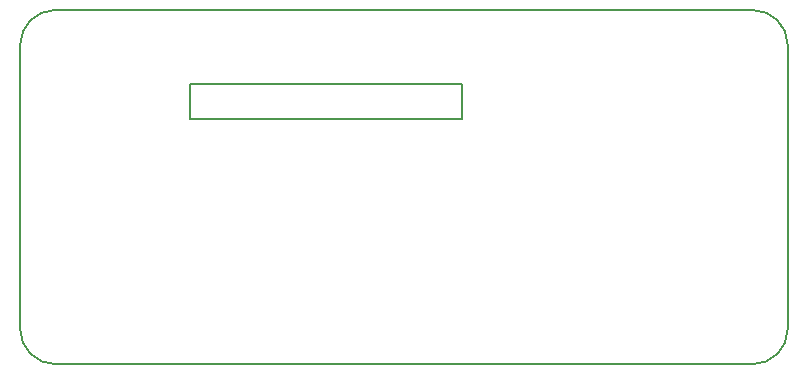
<source format=gm1>
G04 #@! TF.FileFunction,Profile,NP*
%FSLAX46Y46*%
G04 Gerber Fmt 4.6, Leading zero omitted, Abs format (unit mm)*
G04 Created by KiCad (PCBNEW 4.0.7) date 12/09/17 12:54:44*
%MOMM*%
%LPD*%
G01*
G04 APERTURE LIST*
%ADD10C,0.100000*%
%ADD11C,0.150000*%
G04 APERTURE END LIST*
D10*
D11*
X146911880Y-85759420D02*
X146911880Y-88759420D01*
X123911880Y-85759420D02*
X146911880Y-85759420D01*
X123911880Y-88759420D02*
X123911880Y-85759420D01*
X146911880Y-88759420D02*
X123911880Y-88759420D01*
X171500000Y-109500000D02*
X170950000Y-109500000D01*
X174500000Y-106050000D02*
X174500000Y-106500000D01*
X174500000Y-82500000D02*
X174500000Y-106050000D01*
X112500000Y-109500000D02*
X170950000Y-109500000D01*
X109500000Y-98500000D02*
X109500000Y-106500000D01*
X112500000Y-79500000D02*
X171000000Y-79500000D01*
X109500000Y-98500000D02*
X109500000Y-82500000D01*
X109500000Y-106500000D02*
G75*
G03X112500000Y-109500000I3000000J0D01*
G01*
X171500000Y-109500000D02*
G75*
G03X174500000Y-106500000I0J3000000D01*
G01*
X171500000Y-79500000D02*
X171000000Y-79500000D01*
X174500000Y-82500000D02*
G75*
G03X171500000Y-79500000I-3000000J0D01*
G01*
X112500000Y-79500000D02*
G75*
G03X109500000Y-82500000I0J-3000000D01*
G01*
M02*

</source>
